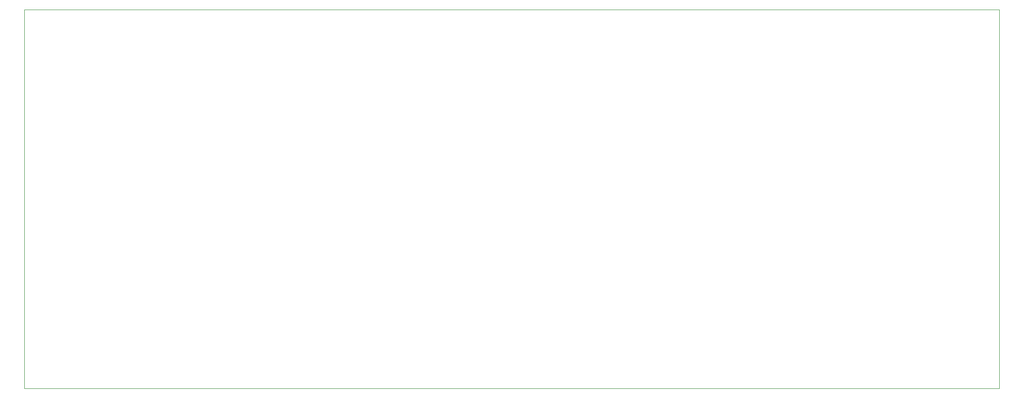
<source format=gbr>
%TF.GenerationSoftware,KiCad,Pcbnew,8.0.5*%
%TF.CreationDate,2024-09-17T15:06:15-05:00*%
%TF.ProjectId,ciclocomputador,6369636c-6f63-46f6-9d70-757461646f72,rev?*%
%TF.SameCoordinates,Original*%
%TF.FileFunction,Profile,NP*%
%FSLAX46Y46*%
G04 Gerber Fmt 4.6, Leading zero omitted, Abs format (unit mm)*
G04 Created by KiCad (PCBNEW 8.0.5) date 2024-09-17 15:06:15*
%MOMM*%
%LPD*%
G01*
G04 APERTURE LIST*
%TA.AperFunction,Profile*%
%ADD10C,0.050000*%
%TD*%
G04 APERTURE END LIST*
D10*
X77500000Y-80000000D02*
X257500000Y-80000000D01*
X257500000Y-150000000D01*
X77500000Y-150000000D01*
X77500000Y-80000000D01*
M02*

</source>
